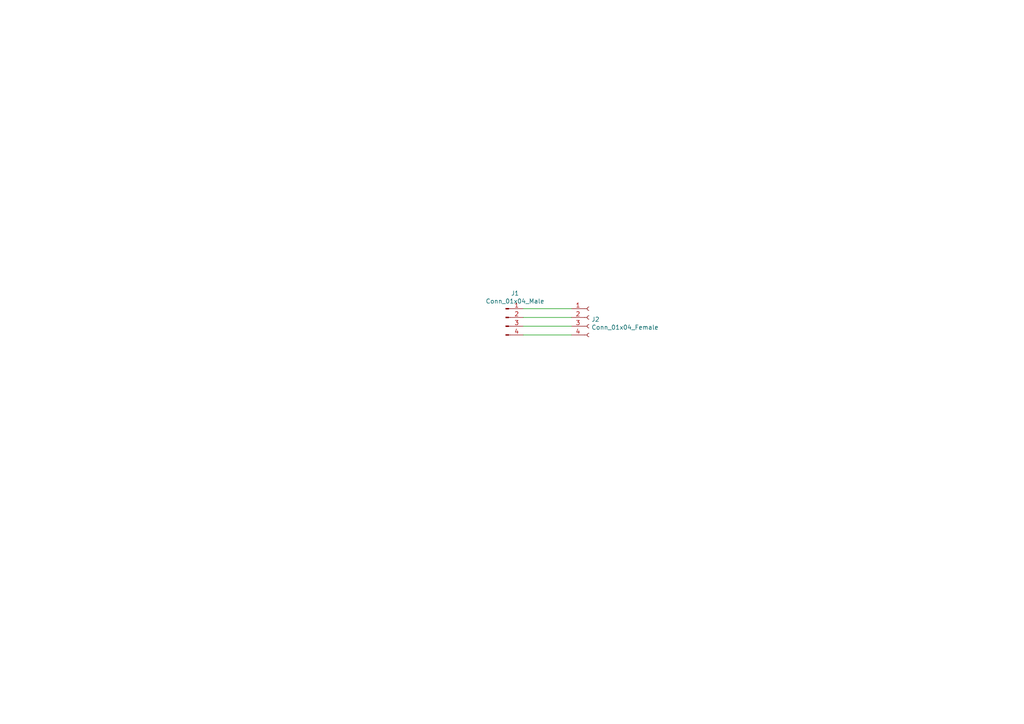
<source format=kicad_sch>
(kicad_sch (version 20201015) (generator eeschema)
  (paper "A4")
  (lib_symbols
    (symbol "Connector:Conn_01x04_Female" (pin_names (offset 1.016) hide)
      (property "Reference" "J" (at 0 5.08 0))
      (property "Value" "Conn_01x04_Female" (at 0 -7.62 0))
      (symbol "Conn_01x04_Female_1_1"
        (arc (start 0 -4.572) (end 0 -5.588) (radius (at 0 -5.08) (length 0.508) (angles 90.1 -90.1)) (stroke (width 0.1524)))
        (arc (start 0 -2.032) (end 0 -3.048) (radius (at 0 -2.54) (length 0.508) (angles 90.1 -90.1)) (stroke (width 0.1524)))
        (arc (start 0 0.508) (end 0 -0.508) (radius (at 0 0) (length 0.508) (angles 90.1 -90.1)) (stroke (width 0.1524)))
        (arc (start 0 3.048) (end 0 2.032) (radius (at 0 2.54) (length 0.508) (angles 90.1 -90.1)) (stroke (width 0.1524)))
        (polyline (pts (xy -1.27 -5.08) (xy -0.508 -5.08)) (stroke (width 0.1524)))
        (polyline (pts (xy -1.27 -2.54) (xy -0.508 -2.54)) (stroke (width 0.1524)))
        (polyline (pts (xy -1.27 0) (xy -0.508 0)) (stroke (width 0.1524)))
        (polyline (pts (xy -1.27 2.54) (xy -0.508 2.54)) (stroke (width 0.1524)))
        (pin passive line (at -5.08 2.54 0) (length 3.81) (name "Pin_1") (number "1"))
        (pin passive line (at -5.08 0 0) (length 3.81) (name "Pin_2") (number "2"))
        (pin passive line (at -5.08 -2.54 0) (length 3.81) (name "Pin_3") (number "3"))
        (pin passive line (at -5.08 -5.08 0) (length 3.81) (name "Pin_4") (number "4"))
      )
    )
    (symbol "Connector:Conn_01x04_Male" (pin_names (offset 1.016) hide)
      (property "Reference" "J" (at 0 5.08 0))
      (property "Value" "Conn_01x04_Male" (at 0 -7.62 0))
      (symbol "Conn_01x04_Male_1_1"
        (rectangle (start 0.8636 -4.953) (end 0 -5.207) (stroke (width 0.1524)) (fill (type outline)))
        (rectangle (start 0.8636 -2.413) (end 0 -2.667) (stroke (width 0.1524)) (fill (type outline)))
        (rectangle (start 0.8636 0.127) (end 0 -0.127) (stroke (width 0.1524)) (fill (type outline)))
        (rectangle (start 0.8636 2.667) (end 0 2.413) (stroke (width 0.1524)) (fill (type outline)))
        (polyline (pts (xy 1.27 -5.08) (xy 0.8636 -5.08)) (stroke (width 0.1524)))
        (polyline (pts (xy 1.27 -2.54) (xy 0.8636 -2.54)) (stroke (width 0.1524)))
        (polyline (pts (xy 1.27 0) (xy 0.8636 0)) (stroke (width 0.1524)))
        (polyline (pts (xy 1.27 2.54) (xy 0.8636 2.54)) (stroke (width 0.1524)))
        (pin passive line (at 5.08 2.54 180) (length 3.81) (name "Pin_1") (number "1"))
        (pin passive line (at 5.08 0 180) (length 3.81) (name "Pin_2") (number "2"))
        (pin passive line (at 5.08 -2.54 180) (length 3.81) (name "Pin_3") (number "3"))
        (pin passive line (at 5.08 -5.08 180) (length 3.81) (name "Pin_4") (number "4"))
      )
    )
  )
  (wire (pts (xy 151.765 89.535) (xy 165.735 89.535)))
  (wire (pts (xy 151.765 92.075) (xy 165.735 92.075)))
  (wire (pts (xy 151.765 94.615) (xy 165.735 94.615)))
  (wire (pts (xy 151.765 97.155) (xy 165.735 97.155)))
  (symbol (lib_id "Connector:Conn_01x04_Male") (at 146.685 92.075 0) (unit 1)
    (property "Reference" "J1" (at 149.3774 85.0708 0))
    (property "Value" "Conn_01x04_Male" (at 149.3774 87.3695 0))
    (property "Footprint" "Connector_JST:JST_EH_S4B-EH_1x04_P2.50mm_Horizontal" (effects hide))
  )
  (symbol (lib_id "Connector:Conn_01x04_Female") (at 170.815 92.075 0) (unit 1)
    (property "Reference" "J2" (at 171.5263 92.6528 0) (effects (justify left)))
    (property "Value" "Conn_01x04_Female" (at 171.5263 94.9515 0) (effects (justify left)))
    (property "Footprint" "Connector_PinSocket_2.54mm:PinSocket_1x04_P2.54mm_Horizontal" (effects hide))
  )
)
</source>
